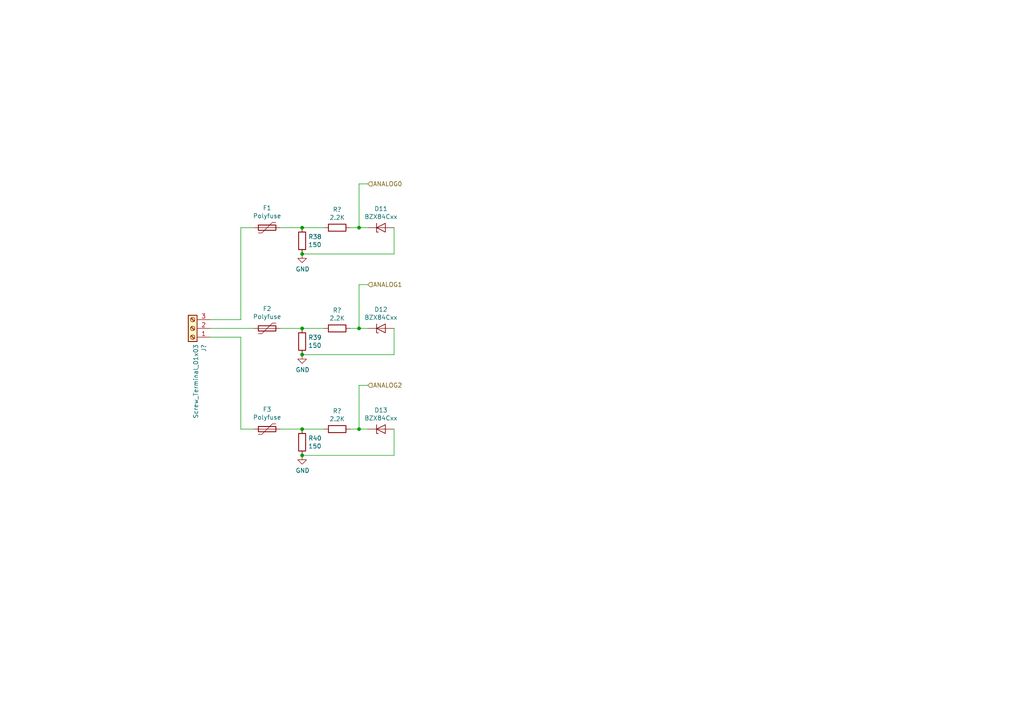
<source format=kicad_sch>
(kicad_sch (version 20231120) (generator "eeschema") (generator_version "8.0")
  (paper "A4")
  (lib_symbols
    (symbol "Connector:Screw_Terminal_01x03" (pin_names (offset 1.016) hide)
      (property "Reference" "J" (at 0 5.08 0))
      (property "Value" "Screw_Terminal_01x03" (at 0 -5.08 0))
      (symbol "Screw_Terminal_01x03_1_1"
        (rectangle (start -1.27 3.81) (end 1.27 -3.81) (stroke (width 0.254)) (fill (type background)))
        (circle (center 0 -2.54) (radius 0.635) (stroke (width 0.1524)))
        (polyline (pts (xy -0.5334 -2.2098) (xy 0.3302 -3.048)) (stroke (width 0.1524)))
        (polyline (pts (xy -0.5334 0.3302) (xy 0.3302 -0.508)) (stroke (width 0.1524)))
        (polyline (pts (xy -0.5334 2.8702) (xy 0.3302 2.032)) (stroke (width 0.1524)))
        (polyline (pts (xy -0.3556 -2.032) (xy 0.508 -2.8702)) (stroke (width 0.1524)))
        (polyline (pts (xy -0.3556 0.508) (xy 0.508 -0.3302)) (stroke (width 0.1524)))
        (polyline (pts (xy -0.3556 3.048) (xy 0.508 2.2098)) (stroke (width 0.1524)))
        (circle (center 0 0) (radius 0.635) (stroke (width 0.1524)))
        (circle (center 0 2.54) (radius 0.635) (stroke (width 0.1524)))
        (pin passive line (at -5.08 2.54 0) (length 3.81) (name "Pin_1") (number "1"))
        (pin passive line (at -5.08 0 0) (length 3.81) (name "Pin_2") (number "2"))
        (pin passive line (at -5.08 -2.54 0) (length 3.81) (name "Pin_3") (number "3"))
      )
    )
    (symbol "Device:Polyfuse" (pin_numbers hide) (pin_names (offset 0))
      (property "Reference" "F" (at -2.54 0 90))
      (property "Value" "Polyfuse" (at 2.54 0 90))
      (symbol "Polyfuse_0_1"
        (rectangle (start -0.762 2.54) (end 0.762 -2.54) (stroke (width 0.254)))
        (polyline (pts (xy 0 2.54) (xy 0 -2.54)))
        (polyline (pts (xy -1.524 2.54) (xy -1.524 1.524) (xy 1.524 -1.524) (xy 1.524 -2.54)))
      )
      (symbol "Polyfuse_1_1"
        (pin passive line (at 0 3.81 270) (length 1.27) (name "~") (number "1"))
        (pin passive line (at 0 -3.81 90) (length 1.27) (name "~") (number "2"))
      )
    )
    (symbol "Device:R" (pin_numbers hide) (pin_names (offset 0))
      (property "Reference" "R" (at 2.032 0 90))
      (property "Value" "R" (at 0 0 90))
      (symbol "R_0_1"
        (rectangle (start -1.016 -2.54) (end 1.016 2.54) (stroke (width 0.254)))
      )
      (symbol "R_1_1"
        (pin passive line (at 0 3.81 270) (length 1.27) (name "~") (number "1"))
        (pin passive line (at 0 -3.81 90) (length 1.27) (name "~") (number "2"))
      )
    )
    (symbol "ETH OPAMP DCMI FSMC CAN ENCODER CS1000-rescue:BZX84Cxx-Diode" (pin_numbers hide) (pin_names (offset 1.016) hide)
      (property "Reference" "D" (at 0 2.54 0))
      (property "Value" "Diode_BZX84Cxx" (at 0 -2.54 0))
      (symbol "BZX84Cxx-Diode_0_1"
        (polyline (pts (xy 1.27 0) (xy -1.27 0)))
        (polyline (pts (xy -1.27 -1.27) (xy -1.27 1.27) (xy -0.762 1.27)) (stroke (width 0.2032)))
        (polyline (pts (xy 1.27 -1.27) (xy 1.27 1.27) (xy -1.27 0) (xy 1.27 -1.27)) (stroke (width 0.2032)))
      )
      (symbol "BZX84Cxx-Diode_1_1"
        (pin passive line (at -3.81 0 0) (length 2.54) (name "K") (number "1"))
        (pin passive line (at 3.81 0 180) (length 2.54) (name "A") (number "2"))
      )
    )
    (symbol "ETH OPAMP DCMI FSMC CAN ENCODER CS1000-rescue:GND-power" (power) (pin_names (offset 0))
      (property "Value" "power_GND" (at 0 -3.81 0))
      (symbol "GND-power_0_1"
        (polyline (pts (xy 0 0) (xy 0 -1.27) (xy 1.27 -1.27) (xy 0 -2.54) (xy -1.27 -1.27) (xy 0 -1.27)))
      )
      (symbol "GND-power_1_1"
        (pin power_in line (at 0 0 270) (length 0) hide (name "GND") (number "1"))
      )
    )
  )
  (junction (at 87.63 132.08))
  (junction (at 87.63 66.04))
  (junction (at 104.14 124.46))
  (junction (at 104.14 95.25))
  (junction (at 87.63 124.46))
  (junction (at 87.63 102.87))
  (junction (at 87.63 73.66))
  (junction (at 87.63 95.25))
  (junction (at 104.14 66.04))
  (wire (pts (xy 81.28 124.46) (xy 87.63 124.46)))
  (wire (pts (xy 114.3 132.08) (xy 87.63 132.08)))
  (wire (pts (xy 104.14 124.46) (xy 104.14 111.76)))
  (wire (pts (xy 114.3 66.04) (xy 114.3 73.66)))
  (wire (pts (xy 114.3 73.66) (xy 87.63 73.66)))
  (wire (pts (xy 104.14 124.46) (xy 101.6 124.46)))
  (wire (pts (xy 69.85 66.04) (xy 73.66 66.04)))
  (wire (pts (xy 104.14 66.04) (xy 104.14 53.34)))
  (wire (pts (xy 104.14 95.25) (xy 101.6 95.25)))
  (wire (pts (xy 60.96 95.25) (xy 73.66 95.25)))
  (wire (pts (xy 81.28 95.25) (xy 87.63 95.25)))
  (wire (pts (xy 69.85 97.79) (xy 69.85 124.46)))
  (wire (pts (xy 104.14 66.04) (xy 101.6 66.04)))
  (wire (pts (xy 106.68 95.25) (xy 104.14 95.25)))
  (wire (pts (xy 104.14 82.55) (xy 106.68 82.55)))
  (wire (pts (xy 114.3 102.87) (xy 87.63 102.87)))
  (wire (pts (xy 104.14 53.34) (xy 106.68 53.34)))
  (wire (pts (xy 106.68 124.46) (xy 104.14 124.46)))
  (wire (pts (xy 69.85 92.71) (xy 69.85 66.04)))
  (wire (pts (xy 114.3 95.25) (xy 114.3 102.87)))
  (wire (pts (xy 81.28 66.04) (xy 87.63 66.04)))
  (wire (pts (xy 104.14 111.76) (xy 106.68 111.76)))
  (wire (pts (xy 104.14 95.25) (xy 104.14 82.55)))
  (wire (pts (xy 114.3 124.46) (xy 114.3 132.08)))
  (wire (pts (xy 60.96 97.79) (xy 69.85 97.79)))
  (wire (pts (xy 69.85 124.46) (xy 73.66 124.46)))
  (wire (pts (xy 87.63 124.46) (xy 93.98 124.46)))
  (wire (pts (xy 87.63 95.25) (xy 93.98 95.25)))
  (wire (pts (xy 60.96 92.71) (xy 69.85 92.71)))
  (wire (pts (xy 87.63 66.04) (xy 93.98 66.04)))
  (wire (pts (xy 106.68 66.04) (xy 104.14 66.04)))
  (hierarchical_label "ANALOG1" (shape input) (at 106.68 82.55 0))
  (hierarchical_label "ANALOG0" (shape input) (at 106.68 53.34 0))
  (hierarchical_label "ANALOG2" (shape input) (at 106.68 111.76 0))
  (symbol (lib_id "Device:Polyfuse") (at 77.47 66.04 270) (unit 1)
    (property "Reference" "F1" (at 77.47 60.325 90))
    (property "Value" "Polyfuse" (at 77.47 62.6364 90))
    (property "Footprint" "Resistor_SMD:R_0603_1608Metric" (effects (hide yes)))
    (property "Datasheet" "530-0ZCM0002FF2G" (effects (hide yes)))
  )
  (symbol (lib_id "Device:R") (at 87.63 69.85 0) (unit 1)
    (property "Reference" "R38" (at 89.408 68.6816 0) (effects (justify left)))
    (property "Value" "150" (at 89.408 70.993 0) (effects (justify left)))
    (property "Footprint" "Resistor_SMD:R_1206_3216Metric" (effects (hide yes)))
    (property "Datasheet" "660-SG73P2BTTD151G" (effects (hide yes)))
  )
  (symbol (lib_id "ETH OPAMP DCMI FSMC CAN ENCODER CS1000-rescue:GND-power") (at 87.63 73.66 0) (unit 1)
    (property "Reference" "#PWR053" (effects (hide yes)))
    (property "Value" "GND" (at 87.757 78.0542 0))
  )
  (symbol (lib_id "Device:R") (at 97.79 66.04 90) (unit 1)
    (property "Reference" "R?" (at 97.79 60.7822 90))
    (property "Value" "2.2K" (at 97.79 63.0936 90))
    (property "Footprint" "Resistor_SMD:R_0603_1608Metric" (effects (hide yes)))
    (property "Datasheet" "71-CRCW06032K20FKEAC" (effects (hide yes)))
    (instances (project "" (path "" (reference "R?") (unit 1)) (path "" (reference "R?") (unit 1)) (path "" (reference "R41") (unit 1)) (path "" (reference "R?") (unit 1))))
  )
  (symbol (lib_id "ETH OPAMP DCMI FSMC CAN ENCODER CS1000-rescue:BZX84Cxx-Diode") (at 110.49 66.04 0) (mirror x) (unit 1)
    (property "Reference" "D11" (at 110.49 60.5536 0))
    (property "Value" "BZX84Cxx" (at 110.49 62.865 0))
    (property "Footprint" "Diode_SMD:D_SOT-23_ANK" (effects (hide yes)))
    (property "Datasheet" "863-BZX84C3V6LT1G" (effects (hide yes)))
    (instances (project "" (path "" (reference "D11") (unit 1)) (path "" (reference "D?") (unit 1))))
  )
  (symbol (lib_id "Device:Polyfuse") (at 77.47 95.25 270) (unit 1)
    (property "Reference" "F2" (at 77.47 89.535 90))
    (property "Value" "Polyfuse" (at 77.47 91.8464 90))
    (property "Footprint" "Resistor_SMD:R_0603_1608Metric" (effects (hide yes)))
    (property "Datasheet" "530-0ZCM0002FF2G" (effects (hide yes)))
  )
  (symbol (lib_id "Device:R") (at 87.63 99.06 0) (unit 1)
    (property "Reference" "R39" (at 89.408 97.8916 0) (effects (justify left)))
    (property "Value" "150" (at 89.408 100.203 0) (effects (justify left)))
    (property "Footprint" "Resistor_SMD:R_1206_3216Metric" (effects (hide yes)))
    (property "Datasheet" "660-SG73P2BTTD151G" (effects (hide yes)))
  )
  (symbol (lib_id "ETH OPAMP DCMI FSMC CAN ENCODER CS1000-rescue:GND-power") (at 87.63 102.87 0) (unit 1)
    (property "Reference" "#PWR054" (effects (hide yes)))
    (property "Value" "GND" (at 87.757 107.2642 0))
  )
  (symbol (lib_id "Device:R") (at 97.79 95.25 90) (unit 1)
    (property "Reference" "R?" (at 97.79 89.9922 90))
    (property "Value" "2.2K" (at 97.79 92.3036 90))
    (property "Footprint" "Resistor_SMD:R_0603_1608Metric" (effects (hide yes)))
    (property "Datasheet" "71-CRCW06032K20FKEAC" (effects (hide yes)))
    (instances (project "" (path "" (reference "R?") (unit 1)) (path "" (reference "R?") (unit 1)) (path "" (reference "R42") (unit 1)) (path "" (reference "R?") (unit 1))))
  )
  (symbol (lib_id "ETH OPAMP DCMI FSMC CAN ENCODER CS1000-rescue:BZX84Cxx-Diode") (at 110.49 95.25 0) (mirror x) (unit 1)
    (property "Reference" "D12" (at 110.49 89.7636 0))
    (property "Value" "BZX84Cxx" (at 110.49 92.075 0))
    (property "Footprint" "Diode_SMD:D_SOT-23_ANK" (effects (hide yes)))
    (property "Datasheet" "863-BZX84C3V6LT1G" (effects (hide yes)))
    (instances (project "" (path "" (reference "D12") (unit 1)) (path "" (reference "D?") (unit 1))))
  )
  (symbol (lib_id "Device:Polyfuse") (at 77.47 124.46 270) (unit 1)
    (property "Reference" "F3" (at 77.47 118.745 90))
    (property "Value" "Polyfuse" (at 77.47 121.0564 90))
    (property "Footprint" "Resistor_SMD:R_0603_1608Metric" (effects (hide yes)))
    (property "Datasheet" "530-0ZCM0002FF2G" (effects (hide yes)))
  )
  (symbol (lib_id "Device:R") (at 87.63 128.27 0) (unit 1)
    (property "Reference" "R40" (at 89.408 127.1016 0) (effects (justify left)))
    (property "Value" "150" (at 89.408 129.413 0) (effects (justify left)))
    (property "Footprint" "Resistor_SMD:R_1206_3216Metric" (effects (hide yes)))
    (property "Datasheet" "660-SG73P2BTTD151G" (effects (hide yes)))
  )
  (symbol (lib_id "ETH OPAMP DCMI FSMC CAN ENCODER CS1000-rescue:GND-power") (at 87.63 132.08 0) (unit 1)
    (property "Reference" "#PWR055" (effects (hide yes)))
    (property "Value" "GND" (at 87.757 136.4742 0))
  )
  (symbol (lib_id "Device:R") (at 97.79 124.46 90) (unit 1)
    (property "Reference" "R?" (at 97.79 119.2022 90))
    (property "Value" "2.2K" (at 97.79 121.5136 90))
    (property "Footprint" "Resistor_SMD:R_0603_1608Metric" (effects (hide yes)))
    (property "Datasheet" "71-CRCW06032K20FKEAC" (effects (hide yes)))
    (instances (project "" (path "" (reference "R?") (unit 1)) (path "" (reference "R?") (unit 1)) (path "" (reference "R43") (unit 1)) (path "" (reference "R?") (unit 1))))
  )
  (symbol (lib_id "ETH OPAMP DCMI FSMC CAN ENCODER CS1000-rescue:BZX84Cxx-Diode") (at 110.49 124.46 0) (mirror x) (unit 1)
    (property "Reference" "D13" (at 110.49 118.9736 0))
    (property "Value" "BZX84Cxx" (at 110.49 121.285 0))
    (property "Footprint" "Diode_SMD:D_SOT-23_ANK" (effects (hide yes)))
    (property "Datasheet" "863-BZX84C3V6LT1G" (effects (hide yes)))
    (instances (project "" (path "" (reference "D13") (unit 1)) (path "" (reference "D?") (unit 1))))
  )
  (symbol (lib_id "Connector:Screw_Terminal_01x03") (at 55.88 95.25 180) (unit 1)
    (property "Reference" "J?" (at 59.1058 99.822 90) (effects (justify left)))
    (property "Value" "Screw_Terminal_01x03" (at 56.7944 99.822 90) (effects (justify left)))
    (property "Footprint" "TerminalBlock_Phoenix:TerminalBlock_Phoenix_MKDS-1,5-3_1x03_P5.00mm_Horizontal" (effects (hide yes)))
    (property "Datasheet" "651-1935174" (effects (hide yes)))
    (instances (project "" (path "" (reference "J?") (unit 1)) (path "" (reference "J12") (unit 1))))
  )
)
</source>
